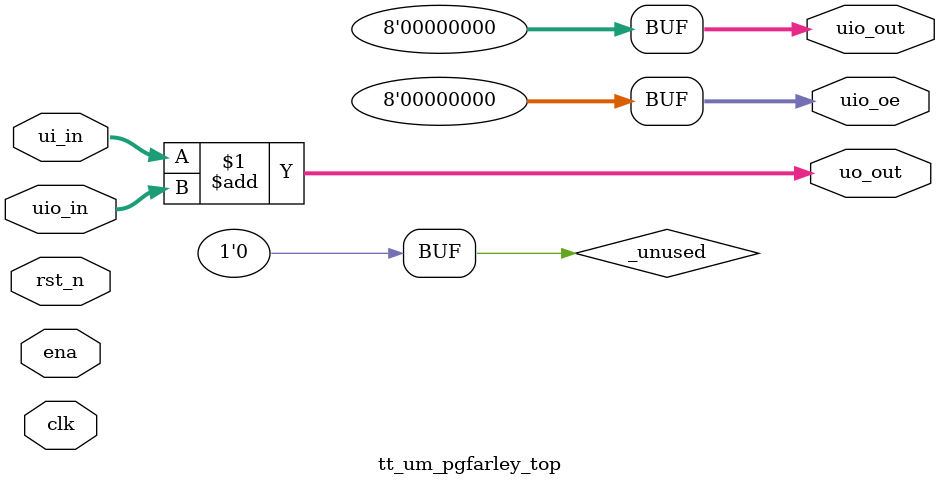
<source format=v>
/*
 * Copyright (c) 2026 Patrick Farley
 * SPDX-License-Identifier: Apache-2.0
 */

`default_nettype none

module tt_um_pgfarley_top (
    input  wire [7:0] ui_in,    // Dedicated inputs
    output wire [7:0] uo_out,   // Dedicated outputs
    input  wire [7:0] uio_in,   // IOs: Input path
    output wire [7:0] uio_out,  // IOs: Output path
    output wire [7:0] uio_oe,   // IOs: Enable path (active high: 0=input, 1=output)
    input  wire       ena,      // always 1 when the design is powered, so you can ignore it
    input  wire       clk,      // clock
    input  wire       rst_n     // reset_n - low to reset
);

  // All output pins must be assigned. If not used, assign to 0.
  assign uo_out  = ui_in + uio_in;  // Example: ou_out is the sum of ui_in and uio_in
  assign uio_out = 0;
  assign uio_oe  = 0;

  // List all unused inputs to prevent warnings
  wire _unused = &{ena, clk, rst_n, 1'b0};

endmodule

</source>
